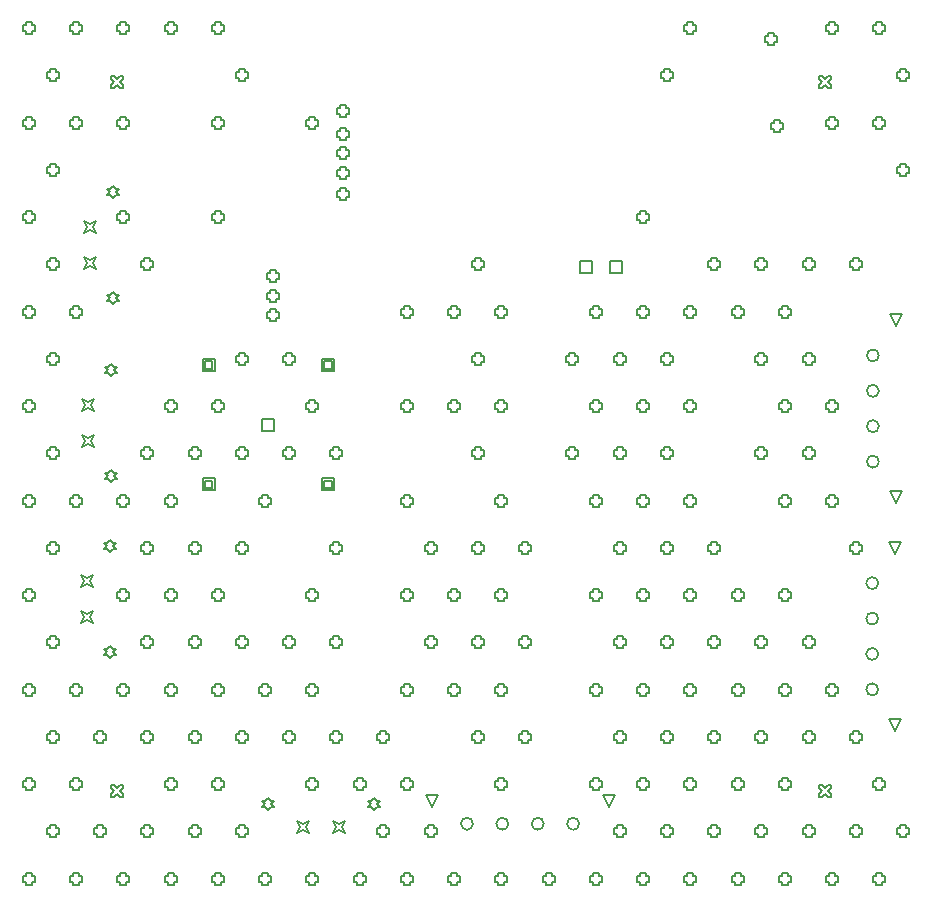
<source format=gbr>
%TF.GenerationSoftware,Altium Limited,Altium Designer,22.9.1 (49)*%
G04 Layer_Color=2752767*
%FSLAX23Y23*%
%MOIN*%
%TF.SameCoordinates,7E49B892-F471-4493-957F-970E4ADD815D*%
%TF.FilePolarity,Positive*%
%TF.FileFunction,Drawing*%
%TF.Part,Single*%
G01*
G75*
%TA.AperFunction,NonConductor*%
%ADD59C,0.005*%
%ADD87C,0.007*%
D59*
X2079Y2396D02*
Y2436D01*
X2119D01*
Y2396D01*
X2079D01*
X2087Y2404D02*
Y2428D01*
X2111D01*
Y2404D01*
X2087D01*
X1681Y2396D02*
Y2436D01*
X1721D01*
Y2396D01*
X1681D01*
X1689Y2404D02*
Y2428D01*
X1713D01*
Y2404D01*
X1689D01*
X2079Y2794D02*
Y2834D01*
X2119D01*
Y2794D01*
X2079D01*
X2087Y2802D02*
Y2826D01*
X2111D01*
Y2802D01*
X2087D01*
X1681Y2794D02*
Y2834D01*
X1721D01*
Y2794D01*
X1681D01*
X1689Y2802D02*
Y2826D01*
X1713D01*
Y2802D01*
X1689D01*
X1880Y2595D02*
Y2635D01*
X1920D01*
Y2595D01*
X1880D01*
X3990Y1594D02*
X3970Y1634D01*
X4010D01*
X3990Y1594D01*
Y2185D02*
X3970Y2225D01*
X4010D01*
X3990Y2185D01*
X3992Y2354D02*
X3972Y2394D01*
X4012D01*
X3992Y2354D01*
Y2944D02*
X3972Y2984D01*
X4012D01*
X3992Y2944D01*
X1377Y2778D02*
X1387Y2788D01*
X1397D01*
X1387Y2798D01*
X1397Y2808D01*
X1387D01*
X1377Y2818D01*
X1367Y2808D01*
X1357D01*
X1367Y2798D01*
X1357Y2788D01*
X1367D01*
X1377Y2778D01*
Y2424D02*
X1387Y2434D01*
X1397D01*
X1387Y2444D01*
X1397Y2454D01*
X1387D01*
X1377Y2464D01*
X1367Y2454D01*
X1357D01*
X1367Y2444D01*
X1357Y2434D01*
X1367D01*
X1377Y2424D01*
X1280Y2660D02*
X1290Y2680D01*
X1280Y2700D01*
X1300Y2690D01*
X1320Y2700D01*
X1310Y2680D01*
X1320Y2660D01*
X1300Y2670D01*
X1280Y2660D01*
Y2542D02*
X1290Y2562D01*
X1280Y2582D01*
X1300Y2572D01*
X1320Y2582D01*
X1310Y2562D01*
X1320Y2542D01*
X1300Y2552D01*
X1280Y2542D01*
X1899Y1332D02*
X1909Y1342D01*
X1919D01*
X1909Y1352D01*
X1919Y1362D01*
X1909D01*
X1899Y1372D01*
X1889Y1362D01*
X1879D01*
X1889Y1352D01*
X1879Y1342D01*
X1889D01*
X1899Y1332D01*
X2253D02*
X2263Y1342D01*
X2273D01*
X2263Y1352D01*
X2273Y1362D01*
X2263D01*
X2253Y1372D01*
X2243Y1362D01*
X2233D01*
X2243Y1352D01*
X2233Y1342D01*
X2243D01*
X2253Y1332D01*
X1997Y1255D02*
X2007Y1275D01*
X1997Y1295D01*
X2017Y1285D01*
X2037Y1295D01*
X2027Y1275D01*
X2037Y1255D01*
X2017Y1265D01*
X1997Y1255D01*
X2115D02*
X2125Y1275D01*
X2115Y1295D01*
X2135Y1285D01*
X2155Y1295D01*
X2145Y1275D01*
X2155Y1255D01*
X2135Y1265D01*
X2115Y1255D01*
X1382Y3371D02*
X1392Y3381D01*
X1402D01*
X1392Y3391D01*
X1402Y3401D01*
X1392D01*
X1382Y3411D01*
X1372Y3401D01*
X1362D01*
X1372Y3391D01*
X1362Y3381D01*
X1372D01*
X1382Y3371D01*
Y3017D02*
X1392Y3027D01*
X1402D01*
X1392Y3037D01*
X1402Y3047D01*
X1392D01*
X1382Y3057D01*
X1372Y3047D01*
X1362D01*
X1372Y3037D01*
X1362Y3027D01*
X1372D01*
X1382Y3017D01*
X1285Y3253D02*
X1295Y3273D01*
X1285Y3293D01*
X1305Y3283D01*
X1325Y3293D01*
X1315Y3273D01*
X1325Y3253D01*
X1305Y3263D01*
X1285Y3253D01*
Y3135D02*
X1295Y3155D01*
X1285Y3175D01*
X1305Y3165D01*
X1325Y3175D01*
X1315Y3155D01*
X1325Y3135D01*
X1305Y3145D01*
X1285Y3135D01*
X1372Y2191D02*
X1382Y2201D01*
X1392D01*
X1382Y2211D01*
X1392Y2221D01*
X1382D01*
X1372Y2231D01*
X1362Y2221D01*
X1352D01*
X1362Y2211D01*
X1352Y2201D01*
X1362D01*
X1372Y2191D01*
Y1837D02*
X1382Y1847D01*
X1392D01*
X1382Y1857D01*
X1392Y1867D01*
X1382D01*
X1372Y1877D01*
X1362Y1867D01*
X1352D01*
X1362Y1857D01*
X1352Y1847D01*
X1362D01*
X1372Y1837D01*
X1275Y2073D02*
X1285Y2093D01*
X1275Y2113D01*
X1295Y2103D01*
X1315Y2113D01*
X1305Y2093D01*
X1315Y2073D01*
X1295Y2083D01*
X1275Y2073D01*
Y1955D02*
X1285Y1975D01*
X1275Y1995D01*
X1295Y1985D01*
X1315Y1995D01*
X1305Y1975D01*
X1315Y1955D01*
X1295Y1965D01*
X1275Y1955D01*
X2444Y1342D02*
X2424Y1382D01*
X2464D01*
X2444Y1342D01*
X3034D02*
X3014Y1382D01*
X3054D01*
X3034Y1342D01*
X3040Y3120D02*
Y3160D01*
X3080D01*
Y3120D01*
X3040D01*
X2940D02*
Y3160D01*
X2980D01*
Y3120D01*
X2940D01*
X2037Y1407D02*
Y1397D01*
X2057D01*
Y1407D01*
X2067D01*
Y1427D01*
X2057D01*
Y1437D01*
X2037D01*
Y1427D01*
X2027D01*
Y1407D01*
X2037D01*
X2195D02*
Y1397D01*
X2215D01*
Y1407D01*
X2225D01*
Y1427D01*
X2215D01*
Y1437D01*
X2195D01*
Y1427D01*
X2185D01*
Y1407D01*
X2195D01*
X2273Y1250D02*
Y1240D01*
X2293D01*
Y1250D01*
X2303D01*
Y1270D01*
X2293D01*
Y1280D01*
X2273D01*
Y1270D01*
X2263D01*
Y1250D01*
X2273D01*
X2195Y1092D02*
Y1082D01*
X2215D01*
Y1092D01*
X2225D01*
Y1112D01*
X2215D01*
Y1122D01*
X2195D01*
Y1112D01*
X2185D01*
Y1092D01*
X2195D01*
X2037D02*
Y1082D01*
X2057D01*
Y1092D01*
X2067D01*
Y1112D01*
X2057D01*
Y1122D01*
X2037D01*
Y1112D01*
X2027D01*
Y1092D01*
X2037D01*
X1880D02*
Y1082D01*
X1900D01*
Y1092D01*
X1910D01*
Y1112D01*
X1900D01*
Y1122D01*
X1880D01*
Y1112D01*
X1870D01*
Y1092D01*
X1880D01*
X1801Y1250D02*
Y1240D01*
X1821D01*
Y1250D01*
X1831D01*
Y1270D01*
X1821D01*
Y1280D01*
X1801D01*
Y1270D01*
X1791D01*
Y1250D01*
X1801D01*
X3927Y3927D02*
Y3917D01*
X3947D01*
Y3927D01*
X3957D01*
Y3947D01*
X3947D01*
Y3957D01*
X3927D01*
Y3947D01*
X3917D01*
Y3927D01*
X3927D01*
X4006Y3770D02*
Y3760D01*
X4026D01*
Y3770D01*
X4036D01*
Y3790D01*
X4026D01*
Y3800D01*
X4006D01*
Y3790D01*
X3996D01*
Y3770D01*
X4006D01*
X3927Y3612D02*
Y3602D01*
X3947D01*
Y3612D01*
X3957D01*
Y3632D01*
X3947D01*
Y3642D01*
X3927D01*
Y3632D01*
X3917D01*
Y3612D01*
X3927D01*
X4006Y3455D02*
Y3445D01*
X4026D01*
Y3455D01*
X4036D01*
Y3475D01*
X4026D01*
Y3485D01*
X4006D01*
Y3475D01*
X3996D01*
Y3455D01*
X4006D01*
X3927Y1407D02*
Y1397D01*
X3947D01*
Y1407D01*
X3957D01*
Y1427D01*
X3947D01*
Y1437D01*
X3927D01*
Y1427D01*
X3917D01*
Y1407D01*
X3927D01*
X4006Y1250D02*
Y1240D01*
X4026D01*
Y1250D01*
X4036D01*
Y1270D01*
X4026D01*
Y1280D01*
X4006D01*
Y1270D01*
X3996D01*
Y1250D01*
X4006D01*
X3927Y1092D02*
Y1082D01*
X3947D01*
Y1092D01*
X3957D01*
Y1112D01*
X3947D01*
Y1122D01*
X3927D01*
Y1112D01*
X3917D01*
Y1092D01*
X3927D01*
X3770Y3927D02*
Y3917D01*
X3790D01*
Y3927D01*
X3800D01*
Y3947D01*
X3790D01*
Y3957D01*
X3770D01*
Y3947D01*
X3760D01*
Y3927D01*
X3770D01*
Y3612D02*
Y3602D01*
X3790D01*
Y3612D01*
X3800D01*
Y3632D01*
X3790D01*
Y3642D01*
X3770D01*
Y3632D01*
X3760D01*
Y3612D01*
X3770D01*
X3848Y3140D02*
Y3130D01*
X3868D01*
Y3140D01*
X3878D01*
Y3160D01*
X3868D01*
Y3170D01*
X3848D01*
Y3160D01*
X3838D01*
Y3140D01*
X3848D01*
X3770Y2667D02*
Y2657D01*
X3790D01*
Y2667D01*
X3800D01*
Y2687D01*
X3790D01*
Y2697D01*
X3770D01*
Y2687D01*
X3760D01*
Y2667D01*
X3770D01*
Y2352D02*
Y2342D01*
X3790D01*
Y2352D01*
X3800D01*
Y2372D01*
X3790D01*
Y2382D01*
X3770D01*
Y2372D01*
X3760D01*
Y2352D01*
X3770D01*
X3848Y2195D02*
Y2185D01*
X3868D01*
Y2195D01*
X3878D01*
Y2215D01*
X3868D01*
Y2225D01*
X3848D01*
Y2215D01*
X3838D01*
Y2195D01*
X3848D01*
X3770Y1722D02*
Y1712D01*
X3790D01*
Y1722D01*
X3800D01*
Y1742D01*
X3790D01*
Y1752D01*
X3770D01*
Y1742D01*
X3760D01*
Y1722D01*
X3770D01*
X3848Y1565D02*
Y1555D01*
X3868D01*
Y1565D01*
X3878D01*
Y1585D01*
X3868D01*
Y1595D01*
X3848D01*
Y1585D01*
X3838D01*
Y1565D01*
X3848D01*
Y1250D02*
Y1240D01*
X3868D01*
Y1250D01*
X3878D01*
Y1270D01*
X3868D01*
Y1280D01*
X3848D01*
Y1270D01*
X3838D01*
Y1250D01*
X3848D01*
X3770Y1092D02*
Y1082D01*
X3790D01*
Y1092D01*
X3800D01*
Y1112D01*
X3790D01*
Y1122D01*
X3770D01*
Y1112D01*
X3760D01*
Y1092D01*
X3770D01*
X3691Y3140D02*
Y3130D01*
X3711D01*
Y3140D01*
X3721D01*
Y3160D01*
X3711D01*
Y3170D01*
X3691D01*
Y3160D01*
X3681D01*
Y3140D01*
X3691D01*
X3612Y2982D02*
Y2972D01*
X3632D01*
Y2982D01*
X3642D01*
Y3002D01*
X3632D01*
Y3012D01*
X3612D01*
Y3002D01*
X3602D01*
Y2982D01*
X3612D01*
X3691Y2825D02*
Y2815D01*
X3711D01*
Y2825D01*
X3721D01*
Y2845D01*
X3711D01*
Y2855D01*
X3691D01*
Y2845D01*
X3681D01*
Y2825D01*
X3691D01*
X3612Y2667D02*
Y2657D01*
X3632D01*
Y2667D01*
X3642D01*
Y2687D01*
X3632D01*
Y2697D01*
X3612D01*
Y2687D01*
X3602D01*
Y2667D01*
X3612D01*
X3691Y2510D02*
Y2500D01*
X3711D01*
Y2510D01*
X3721D01*
Y2530D01*
X3711D01*
Y2540D01*
X3691D01*
Y2530D01*
X3681D01*
Y2510D01*
X3691D01*
X3612Y2352D02*
Y2342D01*
X3632D01*
Y2352D01*
X3642D01*
Y2372D01*
X3632D01*
Y2382D01*
X3612D01*
Y2372D01*
X3602D01*
Y2352D01*
X3612D01*
Y2037D02*
Y2027D01*
X3632D01*
Y2037D01*
X3642D01*
Y2057D01*
X3632D01*
Y2067D01*
X3612D01*
Y2057D01*
X3602D01*
Y2037D01*
X3612D01*
X3691Y1880D02*
Y1870D01*
X3711D01*
Y1880D01*
X3721D01*
Y1900D01*
X3711D01*
Y1910D01*
X3691D01*
Y1900D01*
X3681D01*
Y1880D01*
X3691D01*
X3612Y1722D02*
Y1712D01*
X3632D01*
Y1722D01*
X3642D01*
Y1742D01*
X3632D01*
Y1752D01*
X3612D01*
Y1742D01*
X3602D01*
Y1722D01*
X3612D01*
X3691Y1565D02*
Y1555D01*
X3711D01*
Y1565D01*
X3721D01*
Y1585D01*
X3711D01*
Y1595D01*
X3691D01*
Y1585D01*
X3681D01*
Y1565D01*
X3691D01*
X3612Y1407D02*
Y1397D01*
X3632D01*
Y1407D01*
X3642D01*
Y1427D01*
X3632D01*
Y1437D01*
X3612D01*
Y1427D01*
X3602D01*
Y1407D01*
X3612D01*
X3691Y1250D02*
Y1240D01*
X3711D01*
Y1250D01*
X3721D01*
Y1270D01*
X3711D01*
Y1280D01*
X3691D01*
Y1270D01*
X3681D01*
Y1250D01*
X3691D01*
X3612Y1092D02*
Y1082D01*
X3632D01*
Y1092D01*
X3642D01*
Y1112D01*
X3632D01*
Y1122D01*
X3612D01*
Y1112D01*
X3602D01*
Y1092D01*
X3612D01*
X3533Y3140D02*
Y3130D01*
X3553D01*
Y3140D01*
X3563D01*
Y3160D01*
X3553D01*
Y3170D01*
X3533D01*
Y3160D01*
X3523D01*
Y3140D01*
X3533D01*
X3455Y2982D02*
Y2972D01*
X3475D01*
Y2982D01*
X3485D01*
Y3002D01*
X3475D01*
Y3012D01*
X3455D01*
Y3002D01*
X3445D01*
Y2982D01*
X3455D01*
X3533Y2825D02*
Y2815D01*
X3553D01*
Y2825D01*
X3563D01*
Y2845D01*
X3553D01*
Y2855D01*
X3533D01*
Y2845D01*
X3523D01*
Y2825D01*
X3533D01*
Y2510D02*
Y2500D01*
X3553D01*
Y2510D01*
X3563D01*
Y2530D01*
X3553D01*
Y2540D01*
X3533D01*
Y2530D01*
X3523D01*
Y2510D01*
X3533D01*
X3455Y2037D02*
Y2027D01*
X3475D01*
Y2037D01*
X3485D01*
Y2057D01*
X3475D01*
Y2067D01*
X3455D01*
Y2057D01*
X3445D01*
Y2037D01*
X3455D01*
X3533Y1880D02*
Y1870D01*
X3553D01*
Y1880D01*
X3563D01*
Y1900D01*
X3553D01*
Y1910D01*
X3533D01*
Y1900D01*
X3523D01*
Y1880D01*
X3533D01*
X3455Y1722D02*
Y1712D01*
X3475D01*
Y1722D01*
X3485D01*
Y1742D01*
X3475D01*
Y1752D01*
X3455D01*
Y1742D01*
X3445D01*
Y1722D01*
X3455D01*
X3533Y1565D02*
Y1555D01*
X3553D01*
Y1565D01*
X3563D01*
Y1585D01*
X3553D01*
Y1595D01*
X3533D01*
Y1585D01*
X3523D01*
Y1565D01*
X3533D01*
X3455Y1407D02*
Y1397D01*
X3475D01*
Y1407D01*
X3485D01*
Y1427D01*
X3475D01*
Y1437D01*
X3455D01*
Y1427D01*
X3445D01*
Y1407D01*
X3455D01*
X3533Y1250D02*
Y1240D01*
X3553D01*
Y1250D01*
X3563D01*
Y1270D01*
X3553D01*
Y1280D01*
X3533D01*
Y1270D01*
X3523D01*
Y1250D01*
X3533D01*
X3455Y1092D02*
Y1082D01*
X3475D01*
Y1092D01*
X3485D01*
Y1112D01*
X3475D01*
Y1122D01*
X3455D01*
Y1112D01*
X3445D01*
Y1092D01*
X3455D01*
X3297Y3927D02*
Y3917D01*
X3317D01*
Y3927D01*
X3327D01*
Y3947D01*
X3317D01*
Y3957D01*
X3297D01*
Y3947D01*
X3287D01*
Y3927D01*
X3297D01*
X3376Y3140D02*
Y3130D01*
X3396D01*
Y3140D01*
X3406D01*
Y3160D01*
X3396D01*
Y3170D01*
X3376D01*
Y3160D01*
X3366D01*
Y3140D01*
X3376D01*
X3297Y2982D02*
Y2972D01*
X3317D01*
Y2982D01*
X3327D01*
Y3002D01*
X3317D01*
Y3012D01*
X3297D01*
Y3002D01*
X3287D01*
Y2982D01*
X3297D01*
Y2667D02*
Y2657D01*
X3317D01*
Y2667D01*
X3327D01*
Y2687D01*
X3317D01*
Y2697D01*
X3297D01*
Y2687D01*
X3287D01*
Y2667D01*
X3297D01*
Y2352D02*
Y2342D01*
X3317D01*
Y2352D01*
X3327D01*
Y2372D01*
X3317D01*
Y2382D01*
X3297D01*
Y2372D01*
X3287D01*
Y2352D01*
X3297D01*
X3376Y2195D02*
Y2185D01*
X3396D01*
Y2195D01*
X3406D01*
Y2215D01*
X3396D01*
Y2225D01*
X3376D01*
Y2215D01*
X3366D01*
Y2195D01*
X3376D01*
X3297Y2037D02*
Y2027D01*
X3317D01*
Y2037D01*
X3327D01*
Y2057D01*
X3317D01*
Y2067D01*
X3297D01*
Y2057D01*
X3287D01*
Y2037D01*
X3297D01*
X3376Y1880D02*
Y1870D01*
X3396D01*
Y1880D01*
X3406D01*
Y1900D01*
X3396D01*
Y1910D01*
X3376D01*
Y1900D01*
X3366D01*
Y1880D01*
X3376D01*
X3297Y1722D02*
Y1712D01*
X3317D01*
Y1722D01*
X3327D01*
Y1742D01*
X3317D01*
Y1752D01*
X3297D01*
Y1742D01*
X3287D01*
Y1722D01*
X3297D01*
X3376Y1565D02*
Y1555D01*
X3396D01*
Y1565D01*
X3406D01*
Y1585D01*
X3396D01*
Y1595D01*
X3376D01*
Y1585D01*
X3366D01*
Y1565D01*
X3376D01*
X3297Y1407D02*
Y1397D01*
X3317D01*
Y1407D01*
X3327D01*
Y1427D01*
X3317D01*
Y1437D01*
X3297D01*
Y1427D01*
X3287D01*
Y1407D01*
X3297D01*
X3376Y1250D02*
Y1240D01*
X3396D01*
Y1250D01*
X3406D01*
Y1270D01*
X3396D01*
Y1280D01*
X3376D01*
Y1270D01*
X3366D01*
Y1250D01*
X3376D01*
X3297Y1092D02*
Y1082D01*
X3317D01*
Y1092D01*
X3327D01*
Y1112D01*
X3317D01*
Y1122D01*
X3297D01*
Y1112D01*
X3287D01*
Y1092D01*
X3297D01*
X3218Y3770D02*
Y3760D01*
X3238D01*
Y3770D01*
X3248D01*
Y3790D01*
X3238D01*
Y3800D01*
X3218D01*
Y3790D01*
X3208D01*
Y3770D01*
X3218D01*
X3140Y3297D02*
Y3287D01*
X3160D01*
Y3297D01*
X3170D01*
Y3317D01*
X3160D01*
Y3327D01*
X3140D01*
Y3317D01*
X3130D01*
Y3297D01*
X3140D01*
Y2982D02*
Y2972D01*
X3160D01*
Y2982D01*
X3170D01*
Y3002D01*
X3160D01*
Y3012D01*
X3140D01*
Y3002D01*
X3130D01*
Y2982D01*
X3140D01*
X3218Y2825D02*
Y2815D01*
X3238D01*
Y2825D01*
X3248D01*
Y2845D01*
X3238D01*
Y2855D01*
X3218D01*
Y2845D01*
X3208D01*
Y2825D01*
X3218D01*
X3140Y2667D02*
Y2657D01*
X3160D01*
Y2667D01*
X3170D01*
Y2687D01*
X3160D01*
Y2697D01*
X3140D01*
Y2687D01*
X3130D01*
Y2667D01*
X3140D01*
X3218Y2510D02*
Y2500D01*
X3238D01*
Y2510D01*
X3248D01*
Y2530D01*
X3238D01*
Y2540D01*
X3218D01*
Y2530D01*
X3208D01*
Y2510D01*
X3218D01*
X3140Y2352D02*
Y2342D01*
X3160D01*
Y2352D01*
X3170D01*
Y2372D01*
X3160D01*
Y2382D01*
X3140D01*
Y2372D01*
X3130D01*
Y2352D01*
X3140D01*
X3218Y2195D02*
Y2185D01*
X3238D01*
Y2195D01*
X3248D01*
Y2215D01*
X3238D01*
Y2225D01*
X3218D01*
Y2215D01*
X3208D01*
Y2195D01*
X3218D01*
X3140Y2037D02*
Y2027D01*
X3160D01*
Y2037D01*
X3170D01*
Y2057D01*
X3160D01*
Y2067D01*
X3140D01*
Y2057D01*
X3130D01*
Y2037D01*
X3140D01*
X3218Y1880D02*
Y1870D01*
X3238D01*
Y1880D01*
X3248D01*
Y1900D01*
X3238D01*
Y1910D01*
X3218D01*
Y1900D01*
X3208D01*
Y1880D01*
X3218D01*
X3140Y1722D02*
Y1712D01*
X3160D01*
Y1722D01*
X3170D01*
Y1742D01*
X3160D01*
Y1752D01*
X3140D01*
Y1742D01*
X3130D01*
Y1722D01*
X3140D01*
X3218Y1565D02*
Y1555D01*
X3238D01*
Y1565D01*
X3248D01*
Y1585D01*
X3238D01*
Y1595D01*
X3218D01*
Y1585D01*
X3208D01*
Y1565D01*
X3218D01*
X3140Y1407D02*
Y1397D01*
X3160D01*
Y1407D01*
X3170D01*
Y1427D01*
X3160D01*
Y1437D01*
X3140D01*
Y1427D01*
X3130D01*
Y1407D01*
X3140D01*
X3218Y1250D02*
Y1240D01*
X3238D01*
Y1250D01*
X3248D01*
Y1270D01*
X3238D01*
Y1280D01*
X3218D01*
Y1270D01*
X3208D01*
Y1250D01*
X3218D01*
X3140Y1092D02*
Y1082D01*
X3160D01*
Y1092D01*
X3170D01*
Y1112D01*
X3160D01*
Y1122D01*
X3140D01*
Y1112D01*
X3130D01*
Y1092D01*
X3140D01*
X2982Y2982D02*
Y2972D01*
X3002D01*
Y2982D01*
X3012D01*
Y3002D01*
X3002D01*
Y3012D01*
X2982D01*
Y3002D01*
X2972D01*
Y2982D01*
X2982D01*
X3061Y2825D02*
Y2815D01*
X3081D01*
Y2825D01*
X3091D01*
Y2845D01*
X3081D01*
Y2855D01*
X3061D01*
Y2845D01*
X3051D01*
Y2825D01*
X3061D01*
X2982Y2667D02*
Y2657D01*
X3002D01*
Y2667D01*
X3012D01*
Y2687D01*
X3002D01*
Y2697D01*
X2982D01*
Y2687D01*
X2972D01*
Y2667D01*
X2982D01*
X3061Y2510D02*
Y2500D01*
X3081D01*
Y2510D01*
X3091D01*
Y2530D01*
X3081D01*
Y2540D01*
X3061D01*
Y2530D01*
X3051D01*
Y2510D01*
X3061D01*
X2982Y2352D02*
Y2342D01*
X3002D01*
Y2352D01*
X3012D01*
Y2372D01*
X3002D01*
Y2382D01*
X2982D01*
Y2372D01*
X2972D01*
Y2352D01*
X2982D01*
X3061Y2195D02*
Y2185D01*
X3081D01*
Y2195D01*
X3091D01*
Y2215D01*
X3081D01*
Y2225D01*
X3061D01*
Y2215D01*
X3051D01*
Y2195D01*
X3061D01*
X2982Y2037D02*
Y2027D01*
X3002D01*
Y2037D01*
X3012D01*
Y2057D01*
X3002D01*
Y2067D01*
X2982D01*
Y2057D01*
X2972D01*
Y2037D01*
X2982D01*
X3061Y1880D02*
Y1870D01*
X3081D01*
Y1880D01*
X3091D01*
Y1900D01*
X3081D01*
Y1910D01*
X3061D01*
Y1900D01*
X3051D01*
Y1880D01*
X3061D01*
X2982Y1722D02*
Y1712D01*
X3002D01*
Y1722D01*
X3012D01*
Y1742D01*
X3002D01*
Y1752D01*
X2982D01*
Y1742D01*
X2972D01*
Y1722D01*
X2982D01*
X3061Y1565D02*
Y1555D01*
X3081D01*
Y1565D01*
X3091D01*
Y1585D01*
X3081D01*
Y1595D01*
X3061D01*
Y1585D01*
X3051D01*
Y1565D01*
X3061D01*
X2982Y1407D02*
Y1397D01*
X3002D01*
Y1407D01*
X3012D01*
Y1427D01*
X3002D01*
Y1437D01*
X2982D01*
Y1427D01*
X2972D01*
Y1407D01*
X2982D01*
X3061Y1250D02*
Y1240D01*
X3081D01*
Y1250D01*
X3091D01*
Y1270D01*
X3081D01*
Y1280D01*
X3061D01*
Y1270D01*
X3051D01*
Y1250D01*
X3061D01*
X2982Y1092D02*
Y1082D01*
X3002D01*
Y1092D01*
X3012D01*
Y1112D01*
X3002D01*
Y1122D01*
X2982D01*
Y1112D01*
X2972D01*
Y1092D01*
X2982D01*
X2903Y2825D02*
Y2815D01*
X2923D01*
Y2825D01*
X2933D01*
Y2845D01*
X2923D01*
Y2855D01*
X2903D01*
Y2845D01*
X2893D01*
Y2825D01*
X2903D01*
Y2510D02*
Y2500D01*
X2923D01*
Y2510D01*
X2933D01*
Y2530D01*
X2923D01*
Y2540D01*
X2903D01*
Y2530D01*
X2893D01*
Y2510D01*
X2903D01*
X2825Y1092D02*
Y1082D01*
X2845D01*
Y1092D01*
X2855D01*
Y1112D01*
X2845D01*
Y1122D01*
X2825D01*
Y1112D01*
X2815D01*
Y1092D01*
X2825D01*
X2667Y2982D02*
Y2972D01*
X2687D01*
Y2982D01*
X2697D01*
Y3002D01*
X2687D01*
Y3012D01*
X2667D01*
Y3002D01*
X2657D01*
Y2982D01*
X2667D01*
Y2667D02*
Y2657D01*
X2687D01*
Y2667D01*
X2697D01*
Y2687D01*
X2687D01*
Y2697D01*
X2667D01*
Y2687D01*
X2657D01*
Y2667D01*
X2667D01*
Y2352D02*
Y2342D01*
X2687D01*
Y2352D01*
X2697D01*
Y2372D01*
X2687D01*
Y2382D01*
X2667D01*
Y2372D01*
X2657D01*
Y2352D01*
X2667D01*
X2746Y2195D02*
Y2185D01*
X2766D01*
Y2195D01*
X2776D01*
Y2215D01*
X2766D01*
Y2225D01*
X2746D01*
Y2215D01*
X2736D01*
Y2195D01*
X2746D01*
X2667Y2037D02*
Y2027D01*
X2687D01*
Y2037D01*
X2697D01*
Y2057D01*
X2687D01*
Y2067D01*
X2667D01*
Y2057D01*
X2657D01*
Y2037D01*
X2667D01*
X2746Y1880D02*
Y1870D01*
X2766D01*
Y1880D01*
X2776D01*
Y1900D01*
X2766D01*
Y1910D01*
X2746D01*
Y1900D01*
X2736D01*
Y1880D01*
X2746D01*
X2667Y1722D02*
Y1712D01*
X2687D01*
Y1722D01*
X2697D01*
Y1742D01*
X2687D01*
Y1752D01*
X2667D01*
Y1742D01*
X2657D01*
Y1722D01*
X2667D01*
X2746Y1565D02*
Y1555D01*
X2766D01*
Y1565D01*
X2776D01*
Y1585D01*
X2766D01*
Y1595D01*
X2746D01*
Y1585D01*
X2736D01*
Y1565D01*
X2746D01*
X2667Y1407D02*
Y1397D01*
X2687D01*
Y1407D01*
X2697D01*
Y1427D01*
X2687D01*
Y1437D01*
X2667D01*
Y1427D01*
X2657D01*
Y1407D01*
X2667D01*
Y1092D02*
Y1082D01*
X2687D01*
Y1092D01*
X2697D01*
Y1112D01*
X2687D01*
Y1122D01*
X2667D01*
Y1112D01*
X2657D01*
Y1092D01*
X2667D01*
X2588Y3140D02*
Y3130D01*
X2608D01*
Y3140D01*
X2618D01*
Y3160D01*
X2608D01*
Y3170D01*
X2588D01*
Y3160D01*
X2578D01*
Y3140D01*
X2588D01*
X2510Y2982D02*
Y2972D01*
X2530D01*
Y2982D01*
X2540D01*
Y3002D01*
X2530D01*
Y3012D01*
X2510D01*
Y3002D01*
X2500D01*
Y2982D01*
X2510D01*
X2588Y2825D02*
Y2815D01*
X2608D01*
Y2825D01*
X2618D01*
Y2845D01*
X2608D01*
Y2855D01*
X2588D01*
Y2845D01*
X2578D01*
Y2825D01*
X2588D01*
X2510Y2667D02*
Y2657D01*
X2530D01*
Y2667D01*
X2540D01*
Y2687D01*
X2530D01*
Y2697D01*
X2510D01*
Y2687D01*
X2500D01*
Y2667D01*
X2510D01*
X2588Y2510D02*
Y2500D01*
X2608D01*
Y2510D01*
X2618D01*
Y2530D01*
X2608D01*
Y2540D01*
X2588D01*
Y2530D01*
X2578D01*
Y2510D01*
X2588D01*
Y2195D02*
Y2185D01*
X2608D01*
Y2195D01*
X2618D01*
Y2215D01*
X2608D01*
Y2225D01*
X2588D01*
Y2215D01*
X2578D01*
Y2195D01*
X2588D01*
X2510Y2037D02*
Y2027D01*
X2530D01*
Y2037D01*
X2540D01*
Y2057D01*
X2530D01*
Y2067D01*
X2510D01*
Y2057D01*
X2500D01*
Y2037D01*
X2510D01*
X2588Y1880D02*
Y1870D01*
X2608D01*
Y1880D01*
X2618D01*
Y1900D01*
X2608D01*
Y1910D01*
X2588D01*
Y1900D01*
X2578D01*
Y1880D01*
X2588D01*
X2510Y1722D02*
Y1712D01*
X2530D01*
Y1722D01*
X2540D01*
Y1742D01*
X2530D01*
Y1752D01*
X2510D01*
Y1742D01*
X2500D01*
Y1722D01*
X2510D01*
X2588Y1565D02*
Y1555D01*
X2608D01*
Y1565D01*
X2618D01*
Y1585D01*
X2608D01*
Y1595D01*
X2588D01*
Y1585D01*
X2578D01*
Y1565D01*
X2588D01*
X2510Y1092D02*
Y1082D01*
X2530D01*
Y1092D01*
X2540D01*
Y1112D01*
X2530D01*
Y1122D01*
X2510D01*
Y1112D01*
X2500D01*
Y1092D01*
X2510D01*
X2352Y2982D02*
Y2972D01*
X2372D01*
Y2982D01*
X2382D01*
Y3002D01*
X2372D01*
Y3012D01*
X2352D01*
Y3002D01*
X2342D01*
Y2982D01*
X2352D01*
Y2667D02*
Y2657D01*
X2372D01*
Y2667D01*
X2382D01*
Y2687D01*
X2372D01*
Y2697D01*
X2352D01*
Y2687D01*
X2342D01*
Y2667D01*
X2352D01*
Y2352D02*
Y2342D01*
X2372D01*
Y2352D01*
X2382D01*
Y2372D01*
X2372D01*
Y2382D01*
X2352D01*
Y2372D01*
X2342D01*
Y2352D01*
X2352D01*
X2431Y2195D02*
Y2185D01*
X2451D01*
Y2195D01*
X2461D01*
Y2215D01*
X2451D01*
Y2225D01*
X2431D01*
Y2215D01*
X2421D01*
Y2195D01*
X2431D01*
X2352Y2037D02*
Y2027D01*
X2372D01*
Y2037D01*
X2382D01*
Y2057D01*
X2372D01*
Y2067D01*
X2352D01*
Y2057D01*
X2342D01*
Y2037D01*
X2352D01*
X2431Y1880D02*
Y1870D01*
X2451D01*
Y1880D01*
X2461D01*
Y1900D01*
X2451D01*
Y1910D01*
X2431D01*
Y1900D01*
X2421D01*
Y1880D01*
X2431D01*
X2352Y1722D02*
Y1712D01*
X2372D01*
Y1722D01*
X2382D01*
Y1742D01*
X2372D01*
Y1752D01*
X2352D01*
Y1742D01*
X2342D01*
Y1722D01*
X2352D01*
Y1407D02*
Y1397D01*
X2372D01*
Y1407D01*
X2382D01*
Y1427D01*
X2372D01*
Y1437D01*
X2352D01*
Y1427D01*
X2342D01*
Y1407D01*
X2352D01*
X2431Y1250D02*
Y1240D01*
X2451D01*
Y1250D01*
X2461D01*
Y1270D01*
X2451D01*
Y1280D01*
X2431D01*
Y1270D01*
X2421D01*
Y1250D01*
X2431D01*
X2352Y1092D02*
Y1082D01*
X2372D01*
Y1092D01*
X2382D01*
Y1112D01*
X2372D01*
Y1122D01*
X2352D01*
Y1112D01*
X2342D01*
Y1092D01*
X2352D01*
X2273Y1565D02*
Y1555D01*
X2293D01*
Y1565D01*
X2303D01*
Y1585D01*
X2293D01*
Y1595D01*
X2273D01*
Y1585D01*
X2263D01*
Y1565D01*
X2273D01*
X2037Y3612D02*
Y3602D01*
X2057D01*
Y3612D01*
X2067D01*
Y3632D01*
X2057D01*
Y3642D01*
X2037D01*
Y3632D01*
X2027D01*
Y3612D01*
X2037D01*
Y2667D02*
Y2657D01*
X2057D01*
Y2667D01*
X2067D01*
Y2687D01*
X2057D01*
Y2697D01*
X2037D01*
Y2687D01*
X2027D01*
Y2667D01*
X2037D01*
X2116Y2510D02*
Y2500D01*
X2136D01*
Y2510D01*
X2146D01*
Y2530D01*
X2136D01*
Y2540D01*
X2116D01*
Y2530D01*
X2106D01*
Y2510D01*
X2116D01*
Y2195D02*
Y2185D01*
X2136D01*
Y2195D01*
X2146D01*
Y2215D01*
X2136D01*
Y2225D01*
X2116D01*
Y2215D01*
X2106D01*
Y2195D01*
X2116D01*
X2037Y2037D02*
Y2027D01*
X2057D01*
Y2037D01*
X2067D01*
Y2057D01*
X2057D01*
Y2067D01*
X2037D01*
Y2057D01*
X2027D01*
Y2037D01*
X2037D01*
X2116Y1880D02*
Y1870D01*
X2136D01*
Y1880D01*
X2146D01*
Y1900D01*
X2136D01*
Y1910D01*
X2116D01*
Y1900D01*
X2106D01*
Y1880D01*
X2116D01*
X2037Y1722D02*
Y1712D01*
X2057D01*
Y1722D01*
X2067D01*
Y1742D01*
X2057D01*
Y1752D01*
X2037D01*
Y1742D01*
X2027D01*
Y1722D01*
X2037D01*
X2116Y1565D02*
Y1555D01*
X2136D01*
Y1565D01*
X2146D01*
Y1585D01*
X2136D01*
Y1595D01*
X2116D01*
Y1585D01*
X2106D01*
Y1565D01*
X2116D01*
X1959Y2825D02*
Y2815D01*
X1979D01*
Y2825D01*
X1989D01*
Y2845D01*
X1979D01*
Y2855D01*
X1959D01*
Y2845D01*
X1949D01*
Y2825D01*
X1959D01*
Y2510D02*
Y2500D01*
X1979D01*
Y2510D01*
X1989D01*
Y2530D01*
X1979D01*
Y2540D01*
X1959D01*
Y2530D01*
X1949D01*
Y2510D01*
X1959D01*
X1880Y2352D02*
Y2342D01*
X1900D01*
Y2352D01*
X1910D01*
Y2372D01*
X1900D01*
Y2382D01*
X1880D01*
Y2372D01*
X1870D01*
Y2352D01*
X1880D01*
X1959Y1880D02*
Y1870D01*
X1979D01*
Y1880D01*
X1989D01*
Y1900D01*
X1979D01*
Y1910D01*
X1959D01*
Y1900D01*
X1949D01*
Y1880D01*
X1959D01*
X1880Y1722D02*
Y1712D01*
X1900D01*
Y1722D01*
X1910D01*
Y1742D01*
X1900D01*
Y1752D01*
X1880D01*
Y1742D01*
X1870D01*
Y1722D01*
X1880D01*
X1959Y1565D02*
Y1555D01*
X1979D01*
Y1565D01*
X1989D01*
Y1585D01*
X1979D01*
Y1595D01*
X1959D01*
Y1585D01*
X1949D01*
Y1565D01*
X1959D01*
X1722Y3927D02*
Y3917D01*
X1742D01*
Y3927D01*
X1752D01*
Y3947D01*
X1742D01*
Y3957D01*
X1722D01*
Y3947D01*
X1712D01*
Y3927D01*
X1722D01*
X1801Y3770D02*
Y3760D01*
X1821D01*
Y3770D01*
X1831D01*
Y3790D01*
X1821D01*
Y3800D01*
X1801D01*
Y3790D01*
X1791D01*
Y3770D01*
X1801D01*
X1722Y3612D02*
Y3602D01*
X1742D01*
Y3612D01*
X1752D01*
Y3632D01*
X1742D01*
Y3642D01*
X1722D01*
Y3632D01*
X1712D01*
Y3612D01*
X1722D01*
Y3297D02*
Y3287D01*
X1742D01*
Y3297D01*
X1752D01*
Y3317D01*
X1742D01*
Y3327D01*
X1722D01*
Y3317D01*
X1712D01*
Y3297D01*
X1722D01*
X1801Y2825D02*
Y2815D01*
X1821D01*
Y2825D01*
X1831D01*
Y2845D01*
X1821D01*
Y2855D01*
X1801D01*
Y2845D01*
X1791D01*
Y2825D01*
X1801D01*
X1722Y2667D02*
Y2657D01*
X1742D01*
Y2667D01*
X1752D01*
Y2687D01*
X1742D01*
Y2697D01*
X1722D01*
Y2687D01*
X1712D01*
Y2667D01*
X1722D01*
X1801Y2510D02*
Y2500D01*
X1821D01*
Y2510D01*
X1831D01*
Y2530D01*
X1821D01*
Y2540D01*
X1801D01*
Y2530D01*
X1791D01*
Y2510D01*
X1801D01*
Y2195D02*
Y2185D01*
X1821D01*
Y2195D01*
X1831D01*
Y2215D01*
X1821D01*
Y2225D01*
X1801D01*
Y2215D01*
X1791D01*
Y2195D01*
X1801D01*
X1722Y2037D02*
Y2027D01*
X1742D01*
Y2037D01*
X1752D01*
Y2057D01*
X1742D01*
Y2067D01*
X1722D01*
Y2057D01*
X1712D01*
Y2037D01*
X1722D01*
X1801Y1880D02*
Y1870D01*
X1821D01*
Y1880D01*
X1831D01*
Y1900D01*
X1821D01*
Y1910D01*
X1801D01*
Y1900D01*
X1791D01*
Y1880D01*
X1801D01*
X1722Y1722D02*
Y1712D01*
X1742D01*
Y1722D01*
X1752D01*
Y1742D01*
X1742D01*
Y1752D01*
X1722D01*
Y1742D01*
X1712D01*
Y1722D01*
X1722D01*
X1801Y1565D02*
Y1555D01*
X1821D01*
Y1565D01*
X1831D01*
Y1585D01*
X1821D01*
Y1595D01*
X1801D01*
Y1585D01*
X1791D01*
Y1565D01*
X1801D01*
X1722Y1407D02*
Y1397D01*
X1742D01*
Y1407D01*
X1752D01*
Y1427D01*
X1742D01*
Y1437D01*
X1722D01*
Y1427D01*
X1712D01*
Y1407D01*
X1722D01*
Y1092D02*
Y1082D01*
X1742D01*
Y1092D01*
X1752D01*
Y1112D01*
X1742D01*
Y1122D01*
X1722D01*
Y1112D01*
X1712D01*
Y1092D01*
X1722D01*
X1565Y3927D02*
Y3917D01*
X1585D01*
Y3927D01*
X1595D01*
Y3947D01*
X1585D01*
Y3957D01*
X1565D01*
Y3947D01*
X1555D01*
Y3927D01*
X1565D01*
Y2667D02*
Y2657D01*
X1585D01*
Y2667D01*
X1595D01*
Y2687D01*
X1585D01*
Y2697D01*
X1565D01*
Y2687D01*
X1555D01*
Y2667D01*
X1565D01*
X1644Y2510D02*
Y2500D01*
X1664D01*
Y2510D01*
X1674D01*
Y2530D01*
X1664D01*
Y2540D01*
X1644D01*
Y2530D01*
X1634D01*
Y2510D01*
X1644D01*
X1565Y2352D02*
Y2342D01*
X1585D01*
Y2352D01*
X1595D01*
Y2372D01*
X1585D01*
Y2382D01*
X1565D01*
Y2372D01*
X1555D01*
Y2352D01*
X1565D01*
X1644Y2195D02*
Y2185D01*
X1664D01*
Y2195D01*
X1674D01*
Y2215D01*
X1664D01*
Y2225D01*
X1644D01*
Y2215D01*
X1634D01*
Y2195D01*
X1644D01*
X1565Y2037D02*
Y2027D01*
X1585D01*
Y2037D01*
X1595D01*
Y2057D01*
X1585D01*
Y2067D01*
X1565D01*
Y2057D01*
X1555D01*
Y2037D01*
X1565D01*
X1644Y1880D02*
Y1870D01*
X1664D01*
Y1880D01*
X1674D01*
Y1900D01*
X1664D01*
Y1910D01*
X1644D01*
Y1900D01*
X1634D01*
Y1880D01*
X1644D01*
X1565Y1722D02*
Y1712D01*
X1585D01*
Y1722D01*
X1595D01*
Y1742D01*
X1585D01*
Y1752D01*
X1565D01*
Y1742D01*
X1555D01*
Y1722D01*
X1565D01*
X1644Y1565D02*
Y1555D01*
X1664D01*
Y1565D01*
X1674D01*
Y1585D01*
X1664D01*
Y1595D01*
X1644D01*
Y1585D01*
X1634D01*
Y1565D01*
X1644D01*
X1565Y1407D02*
Y1397D01*
X1585D01*
Y1407D01*
X1595D01*
Y1427D01*
X1585D01*
Y1437D01*
X1565D01*
Y1427D01*
X1555D01*
Y1407D01*
X1565D01*
X1644Y1250D02*
Y1240D01*
X1664D01*
Y1250D01*
X1674D01*
Y1270D01*
X1664D01*
Y1280D01*
X1644D01*
Y1270D01*
X1634D01*
Y1250D01*
X1644D01*
X1565Y1092D02*
Y1082D01*
X1585D01*
Y1092D01*
X1595D01*
Y1112D01*
X1585D01*
Y1122D01*
X1565D01*
Y1112D01*
X1555D01*
Y1092D01*
X1565D01*
X1407Y3927D02*
Y3917D01*
X1427D01*
Y3927D01*
X1437D01*
Y3947D01*
X1427D01*
Y3957D01*
X1407D01*
Y3947D01*
X1397D01*
Y3927D01*
X1407D01*
Y3612D02*
Y3602D01*
X1427D01*
Y3612D01*
X1437D01*
Y3632D01*
X1427D01*
Y3642D01*
X1407D01*
Y3632D01*
X1397D01*
Y3612D01*
X1407D01*
Y3297D02*
Y3287D01*
X1427D01*
Y3297D01*
X1437D01*
Y3317D01*
X1427D01*
Y3327D01*
X1407D01*
Y3317D01*
X1397D01*
Y3297D01*
X1407D01*
X1486Y3140D02*
Y3130D01*
X1506D01*
Y3140D01*
X1516D01*
Y3160D01*
X1506D01*
Y3170D01*
X1486D01*
Y3160D01*
X1476D01*
Y3140D01*
X1486D01*
Y2510D02*
Y2500D01*
X1506D01*
Y2510D01*
X1516D01*
Y2530D01*
X1506D01*
Y2540D01*
X1486D01*
Y2530D01*
X1476D01*
Y2510D01*
X1486D01*
X1407Y2352D02*
Y2342D01*
X1427D01*
Y2352D01*
X1437D01*
Y2372D01*
X1427D01*
Y2382D01*
X1407D01*
Y2372D01*
X1397D01*
Y2352D01*
X1407D01*
X1486Y2195D02*
Y2185D01*
X1506D01*
Y2195D01*
X1516D01*
Y2215D01*
X1506D01*
Y2225D01*
X1486D01*
Y2215D01*
X1476D01*
Y2195D01*
X1486D01*
X1407Y2037D02*
Y2027D01*
X1427D01*
Y2037D01*
X1437D01*
Y2057D01*
X1427D01*
Y2067D01*
X1407D01*
Y2057D01*
X1397D01*
Y2037D01*
X1407D01*
X1486Y1880D02*
Y1870D01*
X1506D01*
Y1880D01*
X1516D01*
Y1900D01*
X1506D01*
Y1910D01*
X1486D01*
Y1900D01*
X1476D01*
Y1880D01*
X1486D01*
X1407Y1722D02*
Y1712D01*
X1427D01*
Y1722D01*
X1437D01*
Y1742D01*
X1427D01*
Y1752D01*
X1407D01*
Y1742D01*
X1397D01*
Y1722D01*
X1407D01*
X1486Y1565D02*
Y1555D01*
X1506D01*
Y1565D01*
X1516D01*
Y1585D01*
X1506D01*
Y1595D01*
X1486D01*
Y1585D01*
X1476D01*
Y1565D01*
X1486D01*
Y1250D02*
Y1240D01*
X1506D01*
Y1250D01*
X1516D01*
Y1270D01*
X1506D01*
Y1280D01*
X1486D01*
Y1270D01*
X1476D01*
Y1250D01*
X1486D01*
X1407Y1092D02*
Y1082D01*
X1427D01*
Y1092D01*
X1437D01*
Y1112D01*
X1427D01*
Y1122D01*
X1407D01*
Y1112D01*
X1397D01*
Y1092D01*
X1407D01*
X1250Y3927D02*
Y3917D01*
X1270D01*
Y3927D01*
X1280D01*
Y3947D01*
X1270D01*
Y3957D01*
X1250D01*
Y3947D01*
X1240D01*
Y3927D01*
X1250D01*
Y3612D02*
Y3602D01*
X1270D01*
Y3612D01*
X1280D01*
Y3632D01*
X1270D01*
Y3642D01*
X1250D01*
Y3632D01*
X1240D01*
Y3612D01*
X1250D01*
Y2982D02*
Y2972D01*
X1270D01*
Y2982D01*
X1280D01*
Y3002D01*
X1270D01*
Y3012D01*
X1250D01*
Y3002D01*
X1240D01*
Y2982D01*
X1250D01*
Y2352D02*
Y2342D01*
X1270D01*
Y2352D01*
X1280D01*
Y2372D01*
X1270D01*
Y2382D01*
X1250D01*
Y2372D01*
X1240D01*
Y2352D01*
X1250D01*
Y1722D02*
Y1712D01*
X1270D01*
Y1722D01*
X1280D01*
Y1742D01*
X1270D01*
Y1752D01*
X1250D01*
Y1742D01*
X1240D01*
Y1722D01*
X1250D01*
X1329Y1565D02*
Y1555D01*
X1349D01*
Y1565D01*
X1359D01*
Y1585D01*
X1349D01*
Y1595D01*
X1329D01*
Y1585D01*
X1319D01*
Y1565D01*
X1329D01*
X1250Y1407D02*
Y1397D01*
X1270D01*
Y1407D01*
X1280D01*
Y1427D01*
X1270D01*
Y1437D01*
X1250D01*
Y1427D01*
X1240D01*
Y1407D01*
X1250D01*
X1329Y1250D02*
Y1240D01*
X1349D01*
Y1250D01*
X1359D01*
Y1270D01*
X1349D01*
Y1280D01*
X1329D01*
Y1270D01*
X1319D01*
Y1250D01*
X1329D01*
X1250Y1092D02*
Y1082D01*
X1270D01*
Y1092D01*
X1280D01*
Y1112D01*
X1270D01*
Y1122D01*
X1250D01*
Y1112D01*
X1240D01*
Y1092D01*
X1250D01*
X1092Y3927D02*
Y3917D01*
X1112D01*
Y3927D01*
X1122D01*
Y3947D01*
X1112D01*
Y3957D01*
X1092D01*
Y3947D01*
X1082D01*
Y3927D01*
X1092D01*
X1171Y3770D02*
Y3760D01*
X1191D01*
Y3770D01*
X1201D01*
Y3790D01*
X1191D01*
Y3800D01*
X1171D01*
Y3790D01*
X1161D01*
Y3770D01*
X1171D01*
X1092Y3612D02*
Y3602D01*
X1112D01*
Y3612D01*
X1122D01*
Y3632D01*
X1112D01*
Y3642D01*
X1092D01*
Y3632D01*
X1082D01*
Y3612D01*
X1092D01*
X1171Y3455D02*
Y3445D01*
X1191D01*
Y3455D01*
X1201D01*
Y3475D01*
X1191D01*
Y3485D01*
X1171D01*
Y3475D01*
X1161D01*
Y3455D01*
X1171D01*
X1092Y3297D02*
Y3287D01*
X1112D01*
Y3297D01*
X1122D01*
Y3317D01*
X1112D01*
Y3327D01*
X1092D01*
Y3317D01*
X1082D01*
Y3297D01*
X1092D01*
X1171Y3140D02*
Y3130D01*
X1191D01*
Y3140D01*
X1201D01*
Y3160D01*
X1191D01*
Y3170D01*
X1171D01*
Y3160D01*
X1161D01*
Y3140D01*
X1171D01*
X1092Y2982D02*
Y2972D01*
X1112D01*
Y2982D01*
X1122D01*
Y3002D01*
X1112D01*
Y3012D01*
X1092D01*
Y3002D01*
X1082D01*
Y2982D01*
X1092D01*
X1171Y2825D02*
Y2815D01*
X1191D01*
Y2825D01*
X1201D01*
Y2845D01*
X1191D01*
Y2855D01*
X1171D01*
Y2845D01*
X1161D01*
Y2825D01*
X1171D01*
X1092Y2667D02*
Y2657D01*
X1112D01*
Y2667D01*
X1122D01*
Y2687D01*
X1112D01*
Y2697D01*
X1092D01*
Y2687D01*
X1082D01*
Y2667D01*
X1092D01*
X1171Y2510D02*
Y2500D01*
X1191D01*
Y2510D01*
X1201D01*
Y2530D01*
X1191D01*
Y2540D01*
X1171D01*
Y2530D01*
X1161D01*
Y2510D01*
X1171D01*
X1092Y2352D02*
Y2342D01*
X1112D01*
Y2352D01*
X1122D01*
Y2372D01*
X1112D01*
Y2382D01*
X1092D01*
Y2372D01*
X1082D01*
Y2352D01*
X1092D01*
X1171Y2195D02*
Y2185D01*
X1191D01*
Y2195D01*
X1201D01*
Y2215D01*
X1191D01*
Y2225D01*
X1171D01*
Y2215D01*
X1161D01*
Y2195D01*
X1171D01*
X1092Y2037D02*
Y2027D01*
X1112D01*
Y2037D01*
X1122D01*
Y2057D01*
X1112D01*
Y2067D01*
X1092D01*
Y2057D01*
X1082D01*
Y2037D01*
X1092D01*
X1171Y1880D02*
Y1870D01*
X1191D01*
Y1880D01*
X1201D01*
Y1900D01*
X1191D01*
Y1910D01*
X1171D01*
Y1900D01*
X1161D01*
Y1880D01*
X1171D01*
X1092Y1722D02*
Y1712D01*
X1112D01*
Y1722D01*
X1122D01*
Y1742D01*
X1112D01*
Y1752D01*
X1092D01*
Y1742D01*
X1082D01*
Y1722D01*
X1092D01*
X1171Y1565D02*
Y1555D01*
X1191D01*
Y1565D01*
X1201D01*
Y1585D01*
X1191D01*
Y1595D01*
X1171D01*
Y1585D01*
X1161D01*
Y1565D01*
X1171D01*
X1092Y1407D02*
Y1397D01*
X1112D01*
Y1407D01*
X1122D01*
Y1427D01*
X1112D01*
Y1437D01*
X1092D01*
Y1427D01*
X1082D01*
Y1407D01*
X1092D01*
X1171Y1250D02*
Y1240D01*
X1191D01*
Y1250D01*
X1201D01*
Y1270D01*
X1191D01*
Y1280D01*
X1171D01*
Y1270D01*
X1161D01*
Y1250D01*
X1171D01*
X1092Y1092D02*
Y1082D01*
X1112D01*
Y1092D01*
X1122D01*
Y1112D01*
X1112D01*
Y1122D01*
X1092D01*
Y1112D01*
X1082D01*
Y1092D01*
X1092D01*
X3585Y3600D02*
Y3590D01*
X3605D01*
Y3600D01*
X3615D01*
Y3620D01*
X3605D01*
Y3630D01*
X3585D01*
Y3620D01*
X3575D01*
Y3600D01*
X3585D01*
X3565Y3890D02*
Y3880D01*
X3585D01*
Y3890D01*
X3595D01*
Y3910D01*
X3585D01*
Y3920D01*
X3565D01*
Y3910D01*
X3555D01*
Y3890D01*
X3565D01*
X2140Y3650D02*
Y3640D01*
X2160D01*
Y3650D01*
X2170D01*
Y3670D01*
X2160D01*
Y3680D01*
X2140D01*
Y3670D01*
X2130D01*
Y3650D01*
X2140D01*
Y3575D02*
Y3565D01*
X2160D01*
Y3575D01*
X2170D01*
Y3595D01*
X2160D01*
Y3605D01*
X2140D01*
Y3595D01*
X2130D01*
Y3575D01*
X2140D01*
Y3375D02*
Y3365D01*
X2160D01*
Y3375D01*
X2170D01*
Y3395D01*
X2160D01*
Y3405D01*
X2140D01*
Y3395D01*
X2130D01*
Y3375D01*
X2140D01*
Y3445D02*
Y3435D01*
X2160D01*
Y3445D01*
X2170D01*
Y3465D01*
X2160D01*
Y3475D01*
X2140D01*
Y3465D01*
X2130D01*
Y3445D01*
X2140D01*
Y3510D02*
Y3500D01*
X2160D01*
Y3510D01*
X2170D01*
Y3530D01*
X2160D01*
Y3540D01*
X2140D01*
Y3530D01*
X2130D01*
Y3510D01*
X2140D01*
X1905Y2970D02*
Y2960D01*
X1925D01*
Y2970D01*
X1935D01*
Y2990D01*
X1925D01*
Y3000D01*
X1905D01*
Y2990D01*
X1895D01*
Y2970D01*
X1905D01*
Y3035D02*
Y3025D01*
X1925D01*
Y3035D01*
X1935D01*
Y3055D01*
X1925D01*
Y3065D01*
X1905D01*
Y3055D01*
X1895D01*
Y3035D01*
X1905D01*
Y3100D02*
Y3090D01*
X1925D01*
Y3100D01*
X1935D01*
Y3120D01*
X1925D01*
Y3130D01*
X1905D01*
Y3120D01*
X1895D01*
Y3100D01*
X1905D01*
X1374Y1374D02*
X1384D01*
X1394Y1384D01*
X1404Y1374D01*
X1414D01*
Y1384D01*
X1404Y1394D01*
X1414Y1404D01*
Y1414D01*
X1404D01*
X1394Y1404D01*
X1384Y1414D01*
X1374D01*
Y1404D01*
X1384Y1394D01*
X1374Y1384D01*
Y1374D01*
X3736D02*
X3746D01*
X3756Y1384D01*
X3766Y1374D01*
X3776D01*
Y1384D01*
X3766Y1394D01*
X3776Y1404D01*
Y1414D01*
X3766D01*
X3756Y1404D01*
X3746Y1414D01*
X3736D01*
Y1404D01*
X3746Y1394D01*
X3736Y1384D01*
Y1374D01*
Y3736D02*
X3746D01*
X3756Y3746D01*
X3766Y3736D01*
X3776D01*
Y3746D01*
X3766Y3756D01*
X3776Y3766D01*
Y3776D01*
X3766D01*
X3756Y3766D01*
X3746Y3776D01*
X3736D01*
Y3766D01*
X3746Y3756D01*
X3736Y3746D01*
Y3736D01*
X1374D02*
X1384D01*
X1394Y3746D01*
X1404Y3736D01*
X1414D01*
Y3746D01*
X1404Y3756D01*
X1414Y3766D01*
Y3776D01*
X1404D01*
X1394Y3766D01*
X1384Y3776D01*
X1374D01*
Y3766D01*
X1384Y3756D01*
X1374Y3746D01*
Y3736D01*
D87*
X3933Y2087D02*
G03*
X3933Y2087I-20J0D01*
G01*
Y1969D02*
G03*
X3933Y1969I-20J0D01*
G01*
Y1851D02*
G03*
X3933Y1851I-20J0D01*
G01*
Y1733D02*
G03*
X3933Y1733I-20J0D01*
G01*
X3935Y2846D02*
G03*
X3935Y2846I-20J0D01*
G01*
Y2728D02*
G03*
X3935Y2728I-20J0D01*
G01*
Y2610D02*
G03*
X3935Y2610I-20J0D01*
G01*
Y2492D02*
G03*
X3935Y2492I-20J0D01*
G01*
X2936Y1285D02*
G03*
X2936Y1285I-20J0D01*
G01*
X2818D02*
G03*
X2818Y1285I-20J0D01*
G01*
X2700D02*
G03*
X2700Y1285I-20J0D01*
G01*
X2582D02*
G03*
X2582Y1285I-20J0D01*
G01*
%TF.MD5,88d74a6e7c840c361c2a0396966d6586*%
M02*

</source>
